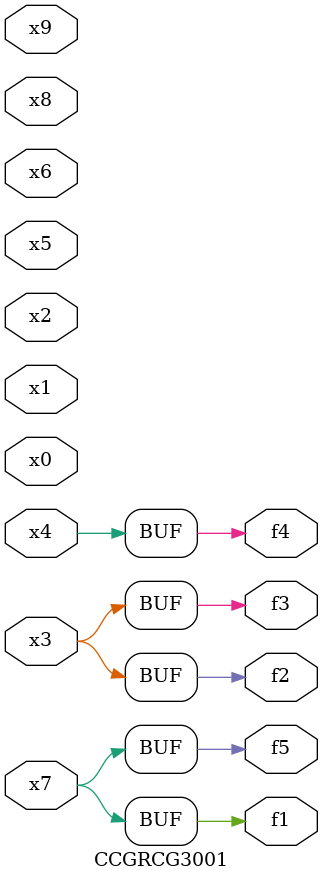
<source format=v>
module CCGRCG3001(
	input x0, x1, x2, x3, x4, x5, x6, x7, x8, x9,
	output f1, f2, f3, f4, f5
);
	assign f1 = x7;
	assign f2 = x3;
	assign f3 = x3;
	assign f4 = x4;
	assign f5 = x7;
endmodule

</source>
